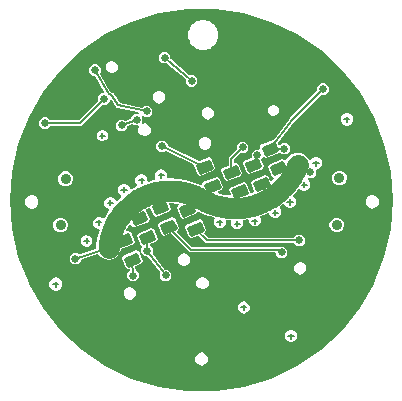
<source format=gtl>
G04 EAGLE Gerber RS-274X export*
G75*
%MOMM*%
%FSLAX34Y34*%
%LPD*%
%INTop Copper*%
%IPPOS*%
%AMOC8*
5,1,8,0,0,1.08239X$1,22.5*%
G01*
G04 Define Apertures*
%ADD10C,0.152400*%
%ADD11C,0.222250*%
%ADD12C,0.654800*%
%ADD13C,1.750000*%
%ADD14C,0.904800*%
G36*
X10684Y-161826D02*
X34556Y-158227D01*
X34667Y-158202D01*
X57736Y-151086D01*
X57842Y-151045D01*
X79592Y-140570D01*
X79691Y-140513D01*
X99638Y-126914D01*
X99727Y-126843D01*
X117424Y-110423D01*
X117501Y-110339D01*
X132553Y-91465D01*
X132617Y-91371D01*
X144688Y-70464D01*
X144737Y-70361D01*
X153557Y-47888D01*
X153591Y-47780D01*
X158963Y-24243D01*
X158980Y-24131D01*
X160784Y-57D01*
X160784Y57D01*
X158980Y24131D01*
X158963Y24243D01*
X153591Y47780D01*
X153557Y47888D01*
X144737Y70361D01*
X144688Y70464D01*
X132617Y91371D01*
X132553Y91465D01*
X117501Y110339D01*
X117424Y110423D01*
X99727Y126843D01*
X99638Y126914D01*
X79691Y140513D01*
X79592Y140570D01*
X57842Y151045D01*
X57736Y151086D01*
X34667Y158202D01*
X34556Y158227D01*
X10684Y161826D01*
X10571Y161834D01*
X-13571Y161834D01*
X-13684Y161826D01*
X-37556Y158227D01*
X-37667Y158202D01*
X-60736Y151086D01*
X-60842Y151045D01*
X-82592Y140570D01*
X-82691Y140513D01*
X-102638Y126914D01*
X-102727Y126843D01*
X-120424Y110423D01*
X-120501Y110339D01*
X-135553Y91465D01*
X-135617Y91371D01*
X-147688Y70464D01*
X-147737Y70361D01*
X-156557Y47888D01*
X-156591Y47780D01*
X-161963Y24243D01*
X-161980Y24131D01*
X-163784Y57D01*
X-163784Y-57D01*
X-161980Y-24131D01*
X-161963Y-24243D01*
X-156591Y-47780D01*
X-156557Y-47888D01*
X-147737Y-70361D01*
X-147688Y-70464D01*
X-135617Y-91371D01*
X-135553Y-91465D01*
X-120501Y-110339D01*
X-120424Y-110423D01*
X-102727Y-126843D01*
X-102638Y-126914D01*
X-82691Y-140513D01*
X-82592Y-140570D01*
X-60842Y-151045D01*
X-60736Y-151086D01*
X-37667Y-158202D01*
X-37556Y-158227D01*
X-13684Y-161826D01*
X-13571Y-161834D01*
X10571Y-161834D01*
X10684Y-161826D01*
G37*
%LPC*%
G36*
X-1329Y127441D02*
X-1499Y127460D01*
X-2494Y127460D01*
X-3762Y127985D01*
X-3884Y128024D01*
X-5581Y128411D01*
X-6350Y129025D01*
X-6534Y129133D01*
X-7103Y129369D01*
X-8339Y130605D01*
X-8403Y130662D01*
X-10056Y131980D01*
X-10318Y132523D01*
X-10465Y132731D01*
X-10631Y132897D01*
X-11443Y134856D01*
X-11460Y134896D01*
X-12540Y137138D01*
X-12540Y142862D01*
X-11460Y145105D01*
X-11443Y145144D01*
X-10631Y147103D01*
X-10465Y147269D01*
X-10318Y147477D01*
X-10056Y148020D01*
X-8403Y149338D01*
X-8339Y149395D01*
X-7103Y150631D01*
X-6534Y150867D01*
X-6350Y150975D01*
X-5581Y151589D01*
X-3884Y151976D01*
X-3762Y152015D01*
X-2494Y152540D01*
X-1499Y152540D01*
X-1329Y152559D01*
X0Y152863D01*
X1329Y152559D01*
X1499Y152540D01*
X2494Y152540D01*
X3762Y152015D01*
X3884Y151976D01*
X5581Y151589D01*
X6350Y150975D01*
X6534Y150867D01*
X7103Y150631D01*
X8339Y149395D01*
X8403Y149338D01*
X10056Y148020D01*
X10318Y147477D01*
X10465Y147269D01*
X10631Y147103D01*
X11443Y145144D01*
X11460Y145105D01*
X12540Y142862D01*
X12540Y137138D01*
X11460Y134896D01*
X11443Y134856D01*
X10631Y132897D01*
X10465Y132731D01*
X10318Y132523D01*
X10056Y131980D01*
X8403Y130662D01*
X8339Y130605D01*
X7103Y129369D01*
X6534Y129133D01*
X6350Y129025D01*
X5581Y128411D01*
X3884Y128024D01*
X3762Y127985D01*
X2494Y127460D01*
X1499Y127460D01*
X1329Y127441D01*
X0Y127138D01*
X-1329Y127441D01*
G37*
G36*
X-11751Y96293D02*
X-14562Y99104D01*
X-14562Y101875D01*
X-14622Y102172D01*
X-14825Y102451D01*
X-30109Y115691D01*
X-30373Y115840D01*
X-30608Y115877D01*
X-34359Y115877D01*
X-37170Y118688D01*
X-37170Y122662D01*
X-34359Y125473D01*
X-30384Y125473D01*
X-27574Y122662D01*
X-27574Y119891D01*
X-27513Y119594D01*
X-27310Y119315D01*
X-12026Y106075D01*
X-11762Y105926D01*
X-11527Y105889D01*
X-7776Y105889D01*
X-4966Y103079D01*
X-4966Y99104D01*
X-7776Y96293D01*
X-11751Y96293D01*
G37*
G36*
X-80603Y108521D02*
X-82571Y111229D01*
X-82571Y114577D01*
X-80603Y117286D01*
X-77419Y118320D01*
X-74235Y117286D01*
X-72267Y114577D01*
X-72267Y111229D01*
X-74235Y108521D01*
X-77419Y107486D01*
X-80603Y108521D01*
G37*
G36*
X-52717Y55410D02*
X-54676Y58107D01*
X-54676Y61441D01*
X-54135Y62185D01*
X-54010Y62461D01*
X-54001Y62764D01*
X-54112Y63046D01*
X-54324Y63263D01*
X-54752Y63395D01*
X-58284Y63395D01*
X-59134Y64245D01*
X-59387Y64412D01*
X-59685Y64468D01*
X-59935Y64421D01*
X-63685Y63044D01*
X-63944Y62885D01*
X-64119Y62638D01*
X-64185Y62329D01*
X-64185Y61547D01*
X-66995Y58736D01*
X-70970Y58736D01*
X-73781Y61547D01*
X-73781Y65521D01*
X-70970Y68332D01*
X-66995Y68332D01*
X-66145Y67482D01*
X-65893Y67314D01*
X-65594Y67259D01*
X-65344Y67305D01*
X-61594Y68683D01*
X-61335Y68842D01*
X-61160Y69089D01*
X-61094Y69398D01*
X-61094Y70180D01*
X-58284Y72991D01*
X-55322Y72991D01*
X-55025Y73051D01*
X-54775Y73222D01*
X-54612Y73478D01*
X-54561Y73777D01*
X-54631Y74072D01*
X-54810Y74317D01*
X-55163Y74498D01*
X-72043Y78116D01*
X-72062Y78120D01*
X-72988Y78293D01*
X-73500Y79084D01*
X-73511Y79101D01*
X-77804Y85371D01*
X-78021Y85582D01*
X-78304Y85692D01*
X-78607Y85682D01*
X-78883Y85555D01*
X-79087Y85331D01*
X-79194Y84941D01*
X-79194Y83880D01*
X-82005Y81069D01*
X-85242Y81069D01*
X-85539Y81009D01*
X-85781Y80846D01*
X-103378Y63248D01*
X-129075Y63248D01*
X-129372Y63188D01*
X-129613Y63025D01*
X-131902Y60736D01*
X-135877Y60736D01*
X-138688Y63547D01*
X-138688Y67522D01*
X-135877Y70332D01*
X-131902Y70332D01*
X-129613Y68043D01*
X-129361Y67876D01*
X-129075Y67820D01*
X-105588Y67820D01*
X-105291Y67881D01*
X-105049Y68043D01*
X-89014Y84079D01*
X-88846Y84332D01*
X-88790Y84618D01*
X-88790Y87855D01*
X-85980Y90665D01*
X-84313Y90665D01*
X-84015Y90725D01*
X-83765Y90897D01*
X-83602Y91152D01*
X-83551Y91451D01*
X-83650Y91803D01*
X-91154Y105040D01*
X-91353Y105269D01*
X-91625Y105402D01*
X-91816Y105426D01*
X-93452Y105426D01*
X-96263Y108237D01*
X-96263Y112211D01*
X-93452Y115022D01*
X-89477Y115022D01*
X-86667Y112211D01*
X-86667Y108237D01*
X-86923Y107981D01*
X-87090Y107728D01*
X-87146Y107430D01*
X-87047Y107066D01*
X-78487Y91966D01*
X-78288Y91737D01*
X-78150Y91653D01*
X-76926Y91073D01*
X-76669Y91003D01*
X-76265Y90967D01*
X-76089Y90755D01*
X-75830Y90554D01*
X-75779Y90530D01*
X-75662Y90492D01*
X-75616Y90453D01*
X-75581Y90436D01*
X-75451Y90072D01*
X-75362Y89898D01*
X-75323Y89842D01*
X-75280Y89784D01*
X-74731Y89126D01*
X-74719Y89016D01*
X-74622Y88818D01*
X-70402Y82654D01*
X-70185Y82443D01*
X-69933Y82339D01*
X-51688Y78429D01*
X-51385Y78425D01*
X-50990Y78635D01*
X-49608Y80017D01*
X-45633Y80017D01*
X-42822Y77206D01*
X-42822Y73231D01*
X-45633Y70421D01*
X-49608Y70421D01*
X-50198Y71011D01*
X-50450Y71178D01*
X-50748Y71234D01*
X-51045Y71169D01*
X-51292Y70993D01*
X-51451Y70735D01*
X-51498Y70472D01*
X-51498Y66205D01*
X-51731Y65973D01*
X-51898Y65720D01*
X-51954Y65422D01*
X-51889Y65126D01*
X-51713Y64878D01*
X-51455Y64719D01*
X-51155Y64673D01*
X-50956Y64709D01*
X-49546Y65167D01*
X-46376Y64137D01*
X-44417Y61440D01*
X-44417Y58107D01*
X-46376Y55410D01*
X-49546Y54380D01*
X-52717Y55410D01*
G37*
G36*
X36924Y22787D02*
X33466Y30934D01*
X34284Y32959D01*
X40578Y35630D01*
X40828Y35802D01*
X40991Y36058D01*
X41042Y36332D01*
X41042Y40146D01*
X43853Y42956D01*
X47319Y42956D01*
X47616Y43017D01*
X47866Y43188D01*
X48030Y43444D01*
X48081Y43743D01*
X48020Y44016D01*
X47832Y44460D01*
X48650Y46484D01*
X59521Y51099D01*
X59834Y51344D01*
X72500Y68331D01*
X72629Y68605D01*
X72642Y68713D01*
X73164Y69236D01*
X73236Y69319D01*
X73684Y69920D01*
X73892Y69994D01*
X74035Y70107D01*
X96479Y92550D01*
X96646Y92803D01*
X96702Y93089D01*
X96702Y96326D01*
X99513Y99136D01*
X103487Y99136D01*
X106298Y96326D01*
X106298Y92351D01*
X103487Y89540D01*
X100250Y89540D01*
X99953Y89480D01*
X99712Y89317D01*
X76710Y66315D01*
X76637Y66232D01*
X63556Y48687D01*
X63427Y48413D01*
X63415Y48110D01*
X63465Y47934D01*
X63879Y46959D01*
X64051Y46709D01*
X64307Y46545D01*
X64606Y46495D01*
X64901Y46565D01*
X65119Y46718D01*
X66833Y48431D01*
X70808Y48431D01*
X73618Y45620D01*
X73618Y41645D01*
X70808Y38835D01*
X66833Y38835D01*
X65513Y40155D01*
X65260Y40323D01*
X64962Y40378D01*
X64676Y40318D01*
X53314Y35495D01*
X51394Y36271D01*
X51096Y36326D01*
X50800Y36261D01*
X50570Y36103D01*
X49396Y34929D01*
X49229Y34676D01*
X49173Y34378D01*
X49233Y34092D01*
X51420Y28941D01*
X50602Y26917D01*
X38948Y21970D01*
X36924Y22787D01*
G37*
G36*
X-40436Y82913D02*
X-42404Y85621D01*
X-42404Y88969D01*
X-40436Y91678D01*
X-37252Y92712D01*
X-34068Y91678D01*
X-32100Y88969D01*
X-32100Y85621D01*
X-34068Y82913D01*
X-37252Y81878D01*
X-40436Y82913D01*
G37*
G36*
X56876Y72200D02*
X55176Y74539D01*
X55176Y77430D01*
X56876Y79770D01*
X59626Y80663D01*
X62376Y79770D01*
X64076Y77430D01*
X64076Y74539D01*
X62376Y72200D01*
X59626Y71306D01*
X56876Y72200D01*
G37*
G36*
X779Y69405D02*
X-1180Y72102D01*
X-1180Y75435D01*
X779Y78132D01*
X3949Y79162D01*
X7120Y78132D01*
X9079Y75435D01*
X9079Y72102D01*
X7120Y69405D01*
X3949Y68375D01*
X779Y69405D01*
G37*
G36*
X118681Y64170D02*
X116680Y66923D01*
X116680Y70327D01*
X118681Y73081D01*
X121918Y74133D01*
X125155Y73081D01*
X127156Y70327D01*
X127156Y66923D01*
X125155Y64170D01*
X121918Y63118D01*
X118681Y64170D01*
G37*
G36*
X-88095Y50723D02*
X-89864Y53158D01*
X-89864Y56168D01*
X-88095Y58603D01*
X-85232Y59533D01*
X-82370Y58603D01*
X-80600Y56168D01*
X-80600Y53158D01*
X-82370Y50723D01*
X-85232Y49792D01*
X-88095Y50723D01*
G37*
G36*
X-1323Y43827D02*
X-3282Y46524D01*
X-3282Y49857D01*
X-1323Y52554D01*
X1848Y53584D01*
X5018Y52554D01*
X6978Y49857D01*
X6978Y46524D01*
X5018Y43827D01*
X1848Y42797D01*
X-1323Y43827D01*
G37*
G36*
X-4322Y21287D02*
X-7785Y29443D01*
X-7736Y29706D01*
X-7801Y30002D01*
X-7977Y30249D01*
X-8169Y30381D01*
X-31249Y41415D01*
X-31543Y41488D01*
X-31843Y41441D01*
X-32116Y41266D01*
X-32624Y40758D01*
X-36599Y40758D01*
X-39410Y43569D01*
X-39410Y47543D01*
X-36599Y50354D01*
X-32624Y50354D01*
X-29814Y47543D01*
X-29814Y46276D01*
X-29753Y45979D01*
X-29582Y45729D01*
X-29380Y45589D01*
X-3491Y33212D01*
X-3197Y33138D01*
X-2864Y33198D01*
X4691Y36405D01*
X6715Y35587D01*
X10174Y27440D01*
X9356Y25416D01*
X-2298Y20469D01*
X-4322Y21287D01*
G37*
G36*
X18503Y16777D02*
X15045Y24924D01*
X15863Y26948D01*
X21272Y29244D01*
X21522Y29416D01*
X21685Y29671D01*
X21736Y29945D01*
X21736Y36291D01*
X28632Y43186D01*
X28799Y43439D01*
X28855Y43725D01*
X28855Y46962D01*
X31665Y49773D01*
X35640Y49773D01*
X38451Y46962D01*
X38451Y42987D01*
X35640Y40177D01*
X32403Y40177D01*
X32106Y40116D01*
X31865Y39954D01*
X26532Y34621D01*
X26364Y34368D01*
X26308Y34082D01*
X26308Y32533D01*
X26369Y32236D01*
X26540Y31986D01*
X26796Y31822D01*
X27095Y31771D01*
X27368Y31831D01*
X27517Y31895D01*
X29541Y31077D01*
X33000Y22930D01*
X32182Y20906D01*
X20528Y15959D01*
X18503Y16777D01*
G37*
G36*
X-110104Y-54160D02*
X-112914Y-51350D01*
X-112914Y-47375D01*
X-110104Y-44564D01*
X-106129Y-44564D01*
X-105166Y-45527D01*
X-104914Y-45694D01*
X-104615Y-45750D01*
X-104387Y-45711D01*
X-90866Y-41209D01*
X-90603Y-41058D01*
X-90420Y-40816D01*
X-90347Y-40545D01*
X-90243Y-39204D01*
X-89687Y-32050D01*
X-87597Y-25442D01*
X-87565Y-25140D01*
X-87653Y-24850D01*
X-87847Y-24617D01*
X-88088Y-24487D01*
X-91020Y-23534D01*
X-92976Y-20841D01*
X-92976Y-17512D01*
X-91020Y-14819D01*
X-89342Y-14274D01*
X-89194Y-14184D01*
X-89184Y-14184D01*
X-88949Y-14146D01*
X-87854Y-13791D01*
X-84688Y-14819D01*
X-84580Y-14968D01*
X-84357Y-15173D01*
X-84071Y-15274D01*
X-83768Y-15256D01*
X-83496Y-15122D01*
X-83308Y-14908D01*
X-79493Y-8473D01*
X-79393Y-8187D01*
X-79413Y-7884D01*
X-79550Y-7613D01*
X-79913Y-7360D01*
X-81539Y-6831D01*
X-83496Y-4138D01*
X-83496Y-809D01*
X-81539Y1884D01*
X-78374Y2913D01*
X-75208Y1884D01*
X-73698Y-193D01*
X-73475Y-398D01*
X-73189Y-500D01*
X-72886Y-482D01*
X-72532Y-273D01*
X-69323Y3076D01*
X-69161Y3333D01*
X-69112Y3632D01*
X-69184Y3927D01*
X-69364Y4170D01*
X-69638Y4328D01*
X-70028Y4455D01*
X-71984Y7148D01*
X-71984Y10477D01*
X-70028Y13170D01*
X-66862Y14199D01*
X-63696Y13170D01*
X-61739Y10477D01*
X-61739Y9906D01*
X-61679Y9608D01*
X-61507Y9358D01*
X-61252Y9195D01*
X-60953Y9144D01*
X-60561Y9267D01*
X-56028Y12224D01*
X-55843Y12338D01*
X-55667Y12585D01*
X-55601Y12881D01*
X-55655Y13179D01*
X-55746Y13343D01*
X-57313Y15500D01*
X-57313Y18828D01*
X-55356Y21522D01*
X-52190Y22550D01*
X-49024Y21522D01*
X-47067Y18828D01*
X-47067Y16558D01*
X-47007Y16261D01*
X-46836Y16011D01*
X-46580Y15847D01*
X-46281Y15796D01*
X-46045Y15842D01*
X-42606Y17094D01*
X-40918Y17298D01*
X-40630Y17394D01*
X-40402Y17594D01*
X-40271Y17868D01*
X-40256Y18171D01*
X-40393Y18503D01*
X-40835Y19111D01*
X-40835Y22440D01*
X-38878Y25133D01*
X-35712Y26162D01*
X-32547Y25133D01*
X-30590Y22440D01*
X-30590Y19408D01*
X-30530Y19111D01*
X-30358Y18861D01*
X-30103Y18698D01*
X-29736Y18652D01*
X-28359Y18819D01*
X-14092Y17267D01*
X-1678Y12916D01*
X-1377Y12874D01*
X-1085Y12954D01*
X-846Y13141D01*
X-719Y13349D01*
X-16Y15091D01*
X11639Y20038D01*
X13663Y19220D01*
X17121Y11073D01*
X16303Y9049D01*
X12875Y7594D01*
X12625Y7422D01*
X12462Y7167D01*
X12411Y6868D01*
X12481Y6573D01*
X12661Y6328D01*
X12916Y6175D01*
X17057Y4694D01*
X17266Y4651D01*
X22594Y4316D01*
X22895Y4358D01*
X23155Y4513D01*
X23334Y4758D01*
X23404Y5053D01*
X23343Y5375D01*
X21992Y8557D01*
X22810Y10581D01*
X34464Y15528D01*
X36489Y14710D01*
X39926Y6612D01*
X40098Y6362D01*
X40353Y6199D01*
X40793Y6166D01*
X42811Y6613D01*
X43088Y6737D01*
X43295Y6958D01*
X43399Y7243D01*
X43347Y7655D01*
X40413Y14568D01*
X41231Y16592D01*
X52885Y21539D01*
X54909Y20721D01*
X56712Y16473D01*
X56884Y16223D01*
X57140Y16060D01*
X57439Y16009D01*
X57734Y16079D01*
X57950Y16229D01*
X59877Y18137D01*
X60046Y18389D01*
X60103Y18687D01*
X60040Y18983D01*
X59866Y19231D01*
X59627Y19385D01*
X58237Y19946D01*
X54779Y28093D01*
X55597Y30117D01*
X67251Y35064D01*
X69298Y34237D01*
X69420Y34060D01*
X69675Y33897D01*
X69974Y33846D01*
X70270Y33916D01*
X70514Y34096D01*
X70660Y34333D01*
X71156Y35613D01*
X73977Y38571D01*
X77715Y40223D01*
X81802Y40319D01*
X85613Y38844D01*
X88571Y36023D01*
X89491Y33941D01*
X89666Y33694D01*
X89924Y33534D01*
X90224Y33488D01*
X90518Y33562D01*
X90804Y33801D01*
X92402Y36000D01*
X95639Y37052D01*
X98876Y36000D01*
X100877Y33246D01*
X100877Y29842D01*
X98876Y27089D01*
X96155Y26204D01*
X95891Y26055D01*
X95706Y25815D01*
X95628Y25479D01*
X95628Y21693D01*
X92818Y18882D01*
X89374Y18882D01*
X89077Y18822D01*
X88827Y18650D01*
X88663Y18395D01*
X88613Y18096D01*
X88758Y17672D01*
X90719Y14973D01*
X90719Y11644D01*
X88763Y8951D01*
X85597Y7922D01*
X82431Y8951D01*
X81805Y9812D01*
X81582Y10017D01*
X81296Y10118D01*
X80993Y10100D01*
X80721Y9966D01*
X80551Y9781D01*
X79184Y7694D01*
X76024Y4567D01*
X75855Y4315D01*
X75798Y4017D01*
X75862Y3721D01*
X76036Y3472D01*
X76325Y3301D01*
X76574Y3220D01*
X78530Y527D01*
X78530Y-2802D01*
X76574Y-5495D01*
X73408Y-6524D01*
X70242Y-5495D01*
X68721Y-3402D01*
X68497Y-3197D01*
X68211Y-3095D01*
X67909Y-3113D01*
X67693Y-3208D01*
X65050Y-4900D01*
X64832Y-5111D01*
X64714Y-5391D01*
X64714Y-5694D01*
X64844Y-5990D01*
X66341Y-8051D01*
X66341Y-11380D01*
X64385Y-14073D01*
X62503Y-14684D01*
X62199Y-14870D01*
X62123Y-14947D01*
X61816Y-14947D01*
X61580Y-14984D01*
X61219Y-15101D01*
X60857Y-14984D01*
X60622Y-14947D01*
X60229Y-14947D01*
X60111Y-14829D01*
X59808Y-14643D01*
X58053Y-14073D01*
X56066Y-11337D01*
X56036Y-11191D01*
X55864Y-10941D01*
X55609Y-10778D01*
X55310Y-10727D01*
X55067Y-10775D01*
X48766Y-13138D01*
X48509Y-13299D01*
X48335Y-13547D01*
X48271Y-13844D01*
X48329Y-14142D01*
X48417Y-14299D01*
X48961Y-15048D01*
X48961Y-18377D01*
X47004Y-21070D01*
X45448Y-21576D01*
X45144Y-21762D01*
X44774Y-22132D01*
X43856Y-22132D01*
X43838Y-22135D01*
X43821Y-22132D01*
X42880Y-22132D01*
X42499Y-21751D01*
X42195Y-21565D01*
X40672Y-21070D01*
X38716Y-18377D01*
X38716Y-16677D01*
X38655Y-16380D01*
X38484Y-16130D01*
X38228Y-15966D01*
X37841Y-15923D01*
X34487Y-16423D01*
X34202Y-16527D01*
X33980Y-16733D01*
X33856Y-17010D01*
X33838Y-17177D01*
X33838Y-20634D01*
X31881Y-23327D01*
X30151Y-23890D01*
X29848Y-24075D01*
X29749Y-24174D01*
X29397Y-24174D01*
X29161Y-24211D01*
X28715Y-24356D01*
X28269Y-24211D01*
X28033Y-24174D01*
X27855Y-24174D01*
X27841Y-24159D01*
X27538Y-23973D01*
X25549Y-23327D01*
X23593Y-20634D01*
X23593Y-17506D01*
X23532Y-17209D01*
X23361Y-16959D01*
X23105Y-16796D01*
X22878Y-16746D01*
X20201Y-16578D01*
X19901Y-16619D01*
X19641Y-16775D01*
X19461Y-17020D01*
X19392Y-17338D01*
X19392Y-19731D01*
X17435Y-22424D01*
X15446Y-23071D01*
X15219Y-23210D01*
X15138Y-23210D01*
X14903Y-23247D01*
X14269Y-23453D01*
X13635Y-23247D01*
X13400Y-23210D01*
X13282Y-23210D01*
X13013Y-23045D01*
X11103Y-22424D01*
X9146Y-19731D01*
X9146Y-16402D01*
X9621Y-15749D01*
X9747Y-15473D01*
X9756Y-15170D01*
X9645Y-14887D01*
X9433Y-14670D01*
X9211Y-14567D01*
X1536Y-12415D01*
X-3251Y-9898D01*
X-3474Y-9822D01*
X-3784Y-9768D01*
X-3870Y-9714D01*
X-4153Y-9605D01*
X-4456Y-9616D01*
X-4731Y-9744D01*
X-4985Y-10071D01*
X-5273Y-10784D01*
X-16927Y-15731D01*
X-18951Y-14913D01*
X-22409Y-6766D01*
X-21592Y-4742D01*
X-21135Y-4549D01*
X-20885Y-4377D01*
X-20722Y-4121D01*
X-20671Y-3822D01*
X-20741Y-3527D01*
X-20921Y-3283D01*
X-21182Y-3128D01*
X-21338Y-3091D01*
X-28119Y-2241D01*
X-28421Y-2264D01*
X-28691Y-2403D01*
X-28885Y-2637D01*
X-28973Y-2927D01*
X-28915Y-3295D01*
X-27355Y-6970D01*
X-28173Y-8994D01*
X-39827Y-13941D01*
X-41851Y-13123D01*
X-44510Y-6860D01*
X-44682Y-6610D01*
X-44937Y-6447D01*
X-45236Y-6397D01*
X-45552Y-6477D01*
X-48049Y-7725D01*
X-48288Y-7912D01*
X-48435Y-8177D01*
X-48467Y-8479D01*
X-48410Y-8705D01*
X-45292Y-16050D01*
X-46110Y-18074D01*
X-57764Y-23021D01*
X-59788Y-22203D01*
X-60664Y-20140D01*
X-60835Y-19890D01*
X-61091Y-19727D01*
X-61390Y-19676D01*
X-61685Y-19746D01*
X-61929Y-19926D01*
X-62027Y-20060D01*
X-64958Y-25193D01*
X-65053Y-25481D01*
X-65028Y-25784D01*
X-64887Y-26052D01*
X-64653Y-26245D01*
X-64362Y-26330D01*
X-63998Y-26273D01*
X-63377Y-26009D01*
X-61352Y-26826D01*
X-57894Y-34973D01*
X-58712Y-36998D01*
X-69402Y-41535D01*
X-69652Y-41707D01*
X-69816Y-41963D01*
X-69864Y-42178D01*
X-69915Y-42834D01*
X-71767Y-46477D01*
X-74873Y-49135D01*
X-78759Y-50401D01*
X-82834Y-50085D01*
X-86477Y-48233D01*
X-88586Y-45769D01*
X-88825Y-45582D01*
X-89118Y-45504D01*
X-89405Y-45541D01*
X-102797Y-50000D01*
X-103060Y-50152D01*
X-103243Y-50393D01*
X-103318Y-50723D01*
X-103318Y-51350D01*
X-106129Y-54160D01*
X-110104Y-54160D01*
G37*
G36*
X114327Y12949D02*
X112104Y13870D01*
X110403Y15572D01*
X109482Y17794D01*
X109482Y20200D01*
X110403Y22423D01*
X112104Y24125D01*
X114327Y25045D01*
X116733Y25045D01*
X118956Y24125D01*
X120657Y22423D01*
X121578Y20200D01*
X121578Y17794D01*
X120657Y15572D01*
X118956Y13870D01*
X116733Y12949D01*
X114327Y12949D01*
G37*
G36*
X-117647Y12327D02*
X-119870Y13248D01*
X-121571Y14949D01*
X-122492Y17172D01*
X-122492Y19578D01*
X-121571Y21801D01*
X-119870Y23503D01*
X-117647Y24423D01*
X-115241Y24423D01*
X-113018Y23503D01*
X-111317Y21801D01*
X-110396Y19578D01*
X-110396Y17172D01*
X-111317Y14949D01*
X-113018Y13248D01*
X-115241Y12327D01*
X-117647Y12327D01*
G37*
G36*
X140006Y-5907D02*
X137929Y-3047D01*
X137929Y488D01*
X140006Y3348D01*
X143368Y4440D01*
X146730Y3348D01*
X148808Y488D01*
X148808Y-3047D01*
X146730Y-5907D01*
X143368Y-6999D01*
X140006Y-5907D01*
G37*
G36*
X-148523Y-6145D02*
X-150637Y-3235D01*
X-150637Y361D01*
X-148523Y3271D01*
X-145102Y4383D01*
X-141681Y3271D01*
X-139567Y361D01*
X-139567Y-3235D01*
X-141681Y-6145D01*
X-145102Y-7257D01*
X-148523Y-6145D01*
G37*
G36*
X64640Y-48854D02*
X61829Y-46044D01*
X61829Y-44790D01*
X61769Y-44492D01*
X61597Y-44242D01*
X61342Y-44079D01*
X61067Y-44028D01*
X-8738Y-44028D01*
X-8741Y-44028D01*
X-10001Y-44028D01*
X-10947Y-44028D01*
X-11590Y-43384D01*
X-11591Y-43384D01*
X-12507Y-42467D01*
X-12509Y-42465D01*
X-26742Y-28220D01*
X-26994Y-28052D01*
X-27292Y-27997D01*
X-27578Y-28057D01*
X-32880Y-30308D01*
X-34904Y-29490D01*
X-38362Y-21343D01*
X-37545Y-19319D01*
X-25891Y-14372D01*
X-23866Y-15189D01*
X-20408Y-23336D01*
X-21226Y-25361D01*
X-21527Y-25489D01*
X-21777Y-25660D01*
X-21941Y-25916D01*
X-21991Y-26215D01*
X-21921Y-26510D01*
X-21769Y-26729D01*
X-9276Y-39232D01*
X-9023Y-39400D01*
X-8737Y-39456D01*
X64127Y-39456D01*
X64424Y-39395D01*
X64627Y-39258D01*
X68614Y-39258D01*
X71425Y-42069D01*
X71425Y-46044D01*
X68614Y-48854D01*
X64640Y-48854D01*
G37*
G36*
X111866Y-26849D02*
X109643Y-25928D01*
X107941Y-24226D01*
X107021Y-22004D01*
X107021Y-19597D01*
X107941Y-17375D01*
X109643Y-15673D01*
X111866Y-14753D01*
X114272Y-14753D01*
X116495Y-15673D01*
X118196Y-17375D01*
X119117Y-19597D01*
X119117Y-22004D01*
X118196Y-24226D01*
X116495Y-25928D01*
X114272Y-26849D01*
X111866Y-26849D01*
G37*
G36*
X-121845Y-26901D02*
X-124068Y-25980D01*
X-125769Y-24279D01*
X-126690Y-22056D01*
X-126690Y-19650D01*
X-125769Y-17427D01*
X-124068Y-15726D01*
X-121845Y-14805D01*
X-119439Y-14805D01*
X-117216Y-15726D01*
X-115515Y-17427D01*
X-114594Y-19650D01*
X-114594Y-22056D01*
X-115515Y-24279D01*
X-117216Y-25980D01*
X-119439Y-26901D01*
X-121845Y-26901D01*
G37*
G36*
X79517Y-38779D02*
X77228Y-36490D01*
X76975Y-36322D01*
X76689Y-36267D01*
X2419Y-36267D01*
X-3839Y-30009D01*
X-4092Y-29841D01*
X-4390Y-29786D01*
X-4675Y-29846D01*
X-9980Y-32098D01*
X-12004Y-31280D01*
X-15462Y-23133D01*
X-14644Y-21109D01*
X-2990Y-16162D01*
X-966Y-16980D01*
X2492Y-25127D01*
X1674Y-27151D01*
X1377Y-27277D01*
X1127Y-27449D01*
X963Y-27705D01*
X913Y-28004D01*
X983Y-28299D01*
X1136Y-28518D01*
X4090Y-31472D01*
X4342Y-31639D01*
X4628Y-31695D01*
X76689Y-31695D01*
X76986Y-31634D01*
X77228Y-31472D01*
X79517Y-29183D01*
X83492Y-29183D01*
X86302Y-31993D01*
X86302Y-35968D01*
X83492Y-38779D01*
X79517Y-38779D01*
G37*
G36*
X-33704Y-68431D02*
X-36514Y-65621D01*
X-36514Y-61336D01*
X-36575Y-61039D01*
X-36669Y-60877D01*
X-46510Y-47870D01*
X-46738Y-47669D01*
X-47118Y-47568D01*
X-49490Y-47568D01*
X-52032Y-45026D01*
X-52285Y-44859D01*
X-52445Y-44829D01*
X-52343Y-44657D01*
X-52301Y-44406D01*
X-52301Y-40782D01*
X-51694Y-40176D01*
X-51527Y-39923D01*
X-51471Y-39625D01*
X-51536Y-39329D01*
X-51712Y-39081D01*
X-51947Y-38931D01*
X-52841Y-38570D01*
X-56299Y-30423D01*
X-55481Y-28399D01*
X-43827Y-23452D01*
X-41803Y-24269D01*
X-38345Y-32416D01*
X-39163Y-34441D01*
X-44668Y-36777D01*
X-44918Y-36949D01*
X-45081Y-37205D01*
X-45132Y-37467D01*
X-45141Y-38019D01*
X-45085Y-38317D01*
X-44918Y-38569D01*
X-42705Y-40782D01*
X-42705Y-45067D01*
X-42644Y-45364D01*
X-42550Y-45526D01*
X-32709Y-58533D01*
X-32481Y-58734D01*
X-32101Y-58835D01*
X-29729Y-58835D01*
X-26918Y-61646D01*
X-26918Y-65621D01*
X-29729Y-68431D01*
X-33704Y-68431D01*
G37*
G36*
X-101524Y-38448D02*
X-103301Y-36003D01*
X-103301Y-32980D01*
X-101524Y-30535D01*
X-98649Y-29601D01*
X-97713Y-29905D01*
X-97514Y-29937D01*
X-97399Y-30007D01*
X-95775Y-30535D01*
X-93998Y-32980D01*
X-93998Y-36003D01*
X-95775Y-38448D01*
X-98649Y-39382D01*
X-101524Y-38448D01*
G37*
G36*
X-61158Y-68530D02*
X-63969Y-65720D01*
X-63969Y-61745D01*
X-61941Y-59717D01*
X-61773Y-59464D01*
X-61719Y-59135D01*
X-61743Y-58708D01*
X-61820Y-58414D01*
X-62005Y-58174D01*
X-62270Y-58025D01*
X-62571Y-57991D01*
X-62802Y-58049D01*
X-63419Y-58311D01*
X-65443Y-57493D01*
X-68901Y-49346D01*
X-68083Y-47322D01*
X-56429Y-42375D01*
X-54405Y-43193D01*
X-53764Y-44703D01*
X-53592Y-44953D01*
X-53337Y-45117D01*
X-53187Y-45142D01*
X-53286Y-45302D01*
X-53332Y-45601D01*
X-53272Y-45863D01*
X-50947Y-51340D01*
X-51765Y-53364D01*
X-56838Y-55518D01*
X-57088Y-55689D01*
X-57252Y-55945D01*
X-57301Y-56262D01*
X-57165Y-58678D01*
X-57088Y-58971D01*
X-56943Y-59174D01*
X-54373Y-61745D01*
X-54373Y-65720D01*
X-57183Y-68530D01*
X-61158Y-68530D01*
G37*
G36*
X-19083Y-54657D02*
X-21042Y-51960D01*
X-21042Y-48627D01*
X-19083Y-45930D01*
X-15912Y-44900D01*
X-12742Y-45930D01*
X-10783Y-48627D01*
X-10783Y-51960D01*
X-12742Y-54657D01*
X-15912Y-55687D01*
X-19083Y-54657D01*
G37*
G36*
X79271Y-61925D02*
X77314Y-59232D01*
X77314Y-55903D01*
X79271Y-53210D01*
X82437Y-52182D01*
X85602Y-53210D01*
X87559Y-55903D01*
X87559Y-59232D01*
X85602Y-61925D01*
X82437Y-62954D01*
X79271Y-61925D01*
G37*
G36*
X-3580Y-74450D02*
X-5539Y-71754D01*
X-5539Y-68420D01*
X-3580Y-65723D01*
X-409Y-64693D01*
X2761Y-65723D01*
X4720Y-68420D01*
X4720Y-71754D01*
X2761Y-74450D01*
X-409Y-75481D01*
X-3580Y-74450D01*
G37*
G36*
X-127934Y-75581D02*
X-130005Y-72730D01*
X-130005Y-69206D01*
X-127934Y-66355D01*
X-124582Y-65266D01*
X-121231Y-66355D01*
X-119160Y-69206D01*
X-119160Y-72730D01*
X-121231Y-75581D01*
X-124582Y-76670D01*
X-127934Y-75581D01*
G37*
G36*
X-65357Y-83182D02*
X-67316Y-80485D01*
X-67316Y-77152D01*
X-65357Y-74455D01*
X-62187Y-73425D01*
X-59016Y-74455D01*
X-57057Y-77152D01*
X-57057Y-80485D01*
X-59016Y-83182D01*
X-62187Y-84212D01*
X-65357Y-83182D01*
G37*
G36*
X31485Y-94990D02*
X29600Y-92396D01*
X29600Y-89191D01*
X31485Y-86597D01*
X34534Y-85606D01*
X37583Y-86597D01*
X39467Y-89191D01*
X39467Y-92396D01*
X37583Y-94990D01*
X34534Y-95981D01*
X31485Y-94990D01*
G37*
G36*
X71206Y-119207D02*
X69276Y-116551D01*
X69276Y-113267D01*
X71206Y-110611D01*
X74328Y-109596D01*
X77451Y-110611D01*
X79381Y-113267D01*
X79381Y-116551D01*
X77451Y-119207D01*
X74328Y-120222D01*
X71206Y-119207D01*
G37*
G36*
X-4590Y-138975D02*
X-6636Y-136159D01*
X-6636Y-132678D01*
X-4590Y-129862D01*
X-1279Y-128787D01*
X2031Y-129862D01*
X4077Y-132678D01*
X4077Y-136159D01*
X2031Y-138975D01*
X-1279Y-140050D01*
X-4590Y-138975D01*
G37*
%LPD*%
D10*
X72345Y-114997D02*
X76662Y-114997D01*
X74503Y-117155D02*
X74503Y-112838D01*
X36694Y-90733D02*
X32377Y-90733D01*
X34535Y-92892D02*
X34535Y-88574D01*
X-122386Y-71122D02*
X-126703Y-71122D01*
X-124544Y-73281D02*
X-124544Y-68963D01*
X-100687Y-34387D02*
X-96369Y-34387D01*
X-98528Y-32229D02*
X-98528Y-36546D01*
X-87300Y54640D02*
X-82982Y54640D01*
X-85141Y52481D02*
X-85141Y56799D01*
X93447Y31504D02*
X97764Y31504D01*
X95606Y33662D02*
X95606Y29345D01*
X16401Y-18765D02*
X12084Y-18765D01*
X14242Y-16607D02*
X14242Y-20924D01*
X26644Y-19729D02*
X30961Y-19729D01*
X28802Y-21888D02*
X28802Y-17570D01*
X41668Y-17688D02*
X45986Y-17688D01*
X43827Y-19846D02*
X43827Y-15529D01*
X59017Y-10502D02*
X63334Y-10502D01*
X61176Y-12661D02*
X61176Y-8343D01*
X71458Y-1407D02*
X75775Y-1407D01*
X73616Y-3566D02*
X73616Y752D01*
X83722Y13187D02*
X88040Y13187D01*
X85881Y11029D02*
X85881Y15346D01*
X-86028Y-18628D02*
X-90345Y-18628D01*
X-88187Y-16470D02*
X-88187Y-20787D01*
X-80744Y-2079D02*
X-76426Y-2079D01*
X-78585Y-4237D02*
X-78585Y80D01*
X-69066Y8946D02*
X-64749Y8946D01*
X-66908Y6788D02*
X-66908Y11105D01*
X-54215Y16964D02*
X-49898Y16964D01*
X-52057Y14806D02*
X-52057Y19123D01*
X-37690Y21046D02*
X-33372Y21046D01*
X-35531Y18887D02*
X-35531Y23205D01*
X119529Y68638D02*
X123846Y68638D01*
X121687Y66479D02*
X121687Y70797D01*
D11*
X-72996Y-32956D02*
X-70390Y-39093D01*
X-72996Y-32956D02*
X-63352Y-28861D01*
X-60746Y-34998D01*
X-70390Y-39093D01*
X-71287Y-36981D02*
X-65416Y-36981D01*
X-60801Y-34869D02*
X-72184Y-34869D01*
X-72527Y-32757D02*
X-61698Y-32757D01*
X-62594Y-30645D02*
X-67553Y-30645D01*
X-66049Y-49322D02*
X-63443Y-55459D01*
X-66049Y-49322D02*
X-56405Y-45227D01*
X-53799Y-51364D01*
X-63443Y-55459D01*
X-64340Y-53347D02*
X-58469Y-53347D01*
X-53854Y-51235D02*
X-65237Y-51235D01*
X-65580Y-49123D02*
X-54751Y-49123D01*
X-55647Y-47011D02*
X-60606Y-47011D01*
X14269Y11049D02*
X11663Y17186D01*
X14269Y11049D02*
X4625Y6954D01*
X2019Y13091D01*
X11663Y17186D01*
X9599Y9066D02*
X3728Y9066D01*
X2831Y11178D02*
X14214Y11178D01*
X13317Y13290D02*
X2488Y13290D01*
X7462Y15402D02*
X12421Y15402D01*
X7322Y27416D02*
X4716Y33553D01*
X7322Y27416D02*
X-2322Y23321D01*
X-4928Y29458D01*
X4716Y33553D01*
X2652Y25433D02*
X-3219Y25433D01*
X-4116Y27545D02*
X7267Y27545D01*
X6370Y29657D02*
X-4459Y29657D01*
X515Y31769D02*
X5474Y31769D01*
X-42458Y-4952D02*
X-39852Y-11089D01*
X-42458Y-4952D02*
X-32814Y-857D01*
X-30208Y-6994D01*
X-39852Y-11089D01*
X-40749Y-8977D02*
X-34878Y-8977D01*
X-30263Y-6865D02*
X-41646Y-6865D01*
X-41989Y-4753D02*
X-31160Y-4753D01*
X-32056Y-2641D02*
X-37015Y-2641D01*
X-35510Y-21319D02*
X-32904Y-27456D01*
X-35510Y-21319D02*
X-25866Y-17224D01*
X-23260Y-23361D01*
X-32904Y-27456D01*
X-33801Y-25344D02*
X-27930Y-25344D01*
X-23315Y-23232D02*
X-34698Y-23232D01*
X-35041Y-21120D02*
X-24212Y-21120D01*
X-25108Y-19008D02*
X-30067Y-19008D01*
X52909Y18687D02*
X55515Y12550D01*
X45871Y8455D01*
X43265Y14592D01*
X52909Y18687D01*
X50845Y10567D02*
X44974Y10567D01*
X44077Y12679D02*
X55460Y12679D01*
X54563Y14791D02*
X43734Y14791D01*
X48708Y16903D02*
X53667Y16903D01*
X48568Y28917D02*
X45962Y35054D01*
X48568Y28917D02*
X38924Y24822D01*
X36318Y30959D01*
X45962Y35054D01*
X43898Y26934D02*
X38027Y26934D01*
X37130Y29046D02*
X48513Y29046D01*
X47616Y31158D02*
X36787Y31158D01*
X41761Y33270D02*
X46720Y33270D01*
X-19557Y-6742D02*
X-16951Y-12879D01*
X-19557Y-6742D02*
X-9913Y-2647D01*
X-7307Y-8784D01*
X-16951Y-12879D01*
X-17848Y-10767D02*
X-11977Y-10767D01*
X-7362Y-8655D02*
X-18745Y-8655D01*
X-19088Y-6543D02*
X-8259Y-6543D01*
X-9155Y-4431D02*
X-14114Y-4431D01*
X-12610Y-23109D02*
X-10004Y-29246D01*
X-12610Y-23109D02*
X-2966Y-19014D01*
X-360Y-25151D01*
X-10004Y-29246D01*
X-10901Y-27134D02*
X-5030Y-27134D01*
X-415Y-25022D02*
X-11798Y-25022D01*
X-12141Y-22910D02*
X-1312Y-22910D01*
X-2208Y-20798D02*
X-7167Y-20798D01*
X69881Y26075D02*
X67275Y32212D01*
X69881Y26075D02*
X60237Y21980D01*
X57631Y28117D01*
X67275Y32212D01*
X65211Y24092D02*
X59340Y24092D01*
X58443Y26204D02*
X69826Y26204D01*
X68929Y28316D02*
X58100Y28316D01*
X63074Y30428D02*
X68033Y30428D01*
X62934Y42442D02*
X60328Y48579D01*
X62934Y42442D02*
X53290Y38347D01*
X50684Y44484D01*
X60328Y48579D01*
X58264Y40459D02*
X52393Y40459D01*
X51496Y42571D02*
X62879Y42571D01*
X61982Y44683D02*
X51153Y44683D01*
X56127Y46795D02*
X61086Y46795D01*
X-60394Y-14032D02*
X-57788Y-20169D01*
X-60394Y-14032D02*
X-50750Y-9937D01*
X-48144Y-16074D01*
X-57788Y-20169D01*
X-58685Y-18057D02*
X-52814Y-18057D01*
X-48199Y-15945D02*
X-59582Y-15945D01*
X-59925Y-13833D02*
X-49096Y-13833D01*
X-49992Y-11721D02*
X-54951Y-11721D01*
X-53447Y-30399D02*
X-50841Y-36536D01*
X-53447Y-30399D02*
X-43803Y-26304D01*
X-41197Y-32441D01*
X-50841Y-36536D01*
X-51738Y-34424D02*
X-45867Y-34424D01*
X-41252Y-32312D02*
X-52635Y-32312D01*
X-52978Y-30200D02*
X-42149Y-30200D01*
X-43045Y-28088D02*
X-48004Y-28088D01*
X37095Y6539D02*
X34489Y12676D01*
X37095Y6539D02*
X27451Y2444D01*
X24845Y8581D01*
X34489Y12676D01*
X32425Y4556D02*
X26554Y4556D01*
X25657Y6668D02*
X37040Y6668D01*
X36143Y8780D02*
X25314Y8780D01*
X30288Y10892D02*
X35247Y10892D01*
X30147Y22906D02*
X27541Y29043D01*
X30147Y22906D02*
X20503Y18811D01*
X17897Y24948D01*
X27541Y29043D01*
X25477Y20923D02*
X19606Y20923D01*
X18709Y23035D02*
X30092Y23035D01*
X29195Y25147D02*
X18366Y25147D01*
X23340Y27259D02*
X28299Y27259D01*
D12*
X-56001Y127332D03*
X-46268Y142496D03*
D10*
X-56001Y132763D02*
X-56001Y127332D01*
X-56001Y132763D02*
X-46268Y142496D01*
D12*
X19947Y53051D03*
D10*
X20220Y81596D01*
D12*
X20220Y81596D03*
D13*
X0Y0D02*
X-1088Y673D01*
X-2192Y1318D01*
X-3312Y1937D01*
X-4446Y2528D01*
X-5595Y3090D01*
X-6757Y3625D01*
X-7932Y4131D01*
X-9119Y4607D01*
X-10317Y5055D01*
X-11525Y5473D01*
X-12744Y5862D01*
X-13972Y6220D01*
X-15208Y6548D01*
X-16452Y6846D01*
X-17703Y7113D01*
X-18960Y7350D01*
X-20222Y7555D01*
X-21489Y7730D01*
X-22760Y7873D01*
X-24035Y7986D01*
X-25311Y8067D01*
X-26589Y8117D01*
X-27868Y8135D01*
X-29147Y8122D01*
X-30425Y8078D01*
X-31702Y8002D01*
X-32977Y7895D01*
X-34248Y7757D01*
X-35516Y7588D01*
X-36779Y7387D01*
X-38037Y7156D01*
X-39289Y6894D01*
X-40534Y6602D01*
X-41772Y6279D01*
X-43001Y5925D01*
X-44222Y5542D01*
X-45432Y5129D01*
X-46632Y4687D01*
X-47821Y4215D01*
X-48998Y3714D01*
X-50162Y3184D01*
X-51313Y2626D01*
X-52450Y2040D01*
X-53572Y1427D01*
X-54679Y786D01*
X-55770Y118D01*
X-56844Y-577D01*
X-57901Y-1297D01*
X-58940Y-2044D01*
X-59960Y-2815D01*
X-60961Y-3611D01*
X-61942Y-4432D01*
X-62903Y-5276D01*
X-63842Y-6144D01*
X-64760Y-7035D01*
X-65657Y-7947D01*
X-66530Y-8882D01*
X-67380Y-9837D01*
X-68207Y-10813D01*
X-69009Y-11809D01*
X-69787Y-12825D01*
X-70540Y-13859D01*
X-71267Y-14911D01*
X-71968Y-15981D01*
X-72643Y-17068D01*
X-73290Y-18170D01*
X-73911Y-19289D01*
X-74504Y-20422D01*
X-75069Y-21570D01*
X-75606Y-22731D01*
X-76114Y-23904D01*
X-76593Y-25090D01*
X-77043Y-26288D01*
X-77463Y-27496D01*
X-77854Y-28714D01*
X-78215Y-29941D01*
X-78545Y-31176D01*
X-78846Y-32420D01*
X-79115Y-33670D01*
X-79354Y-34926D01*
X-79562Y-36188D01*
X-79739Y-37455D01*
X-79885Y-38726D01*
X-80000Y-40000D01*
X0Y0D02*
X1245Y-636D01*
X2505Y-1241D01*
X3780Y-1815D01*
X5068Y-2357D01*
X6370Y-2868D01*
X7683Y-3347D01*
X9008Y-3794D01*
X10343Y-4208D01*
X11688Y-4589D01*
X13042Y-4938D01*
X14403Y-5253D01*
X15773Y-5535D01*
X17148Y-5784D01*
X18530Y-5999D01*
X19916Y-6180D01*
X21306Y-6327D01*
X22700Y-6440D01*
X24095Y-6519D01*
X25493Y-6564D01*
X26891Y-6574D01*
X28288Y-6551D01*
X29685Y-6493D01*
X31080Y-6402D01*
X32472Y-6276D01*
X33861Y-6116D01*
X35246Y-5923D01*
X36625Y-5696D01*
X37998Y-5435D01*
X39365Y-5140D01*
X40724Y-4812D01*
X42075Y-4452D01*
X43416Y-4058D01*
X44747Y-3632D01*
X46068Y-3173D01*
X47377Y-2682D01*
X48674Y-2159D01*
X49957Y-1605D01*
X51227Y-1020D01*
X52481Y-403D01*
X53721Y243D01*
X54944Y920D01*
X56150Y1626D01*
X57339Y2362D01*
X58509Y3127D01*
X59661Y3920D01*
X60792Y4740D01*
X61904Y5589D01*
X62994Y6464D01*
X64062Y7365D01*
X65109Y8292D01*
X66132Y9245D01*
X67132Y10222D01*
X68107Y11224D01*
X69058Y12248D01*
X69983Y13296D01*
X70883Y14366D01*
X71756Y15458D01*
X72602Y16571D01*
X73421Y17704D01*
X74212Y18857D01*
X74974Y20029D01*
X75708Y21219D01*
X76412Y22426D01*
X77086Y23651D01*
X77731Y24891D01*
X78345Y26147D01*
X78928Y27418D01*
X79480Y28702D01*
X80000Y30000D01*
D12*
X90830Y23680D03*
D10*
X81245Y30000D01*
X80000Y30000D01*
X-80000Y-40000D02*
X-108116Y-49362D01*
D12*
X-108116Y-49362D03*
D10*
X63756Y27096D02*
X82653Y20578D01*
X80000Y30000D01*
X49390Y13571D02*
X59213Y-3670D01*
X0Y0D01*
X26840Y-13833D02*
X30970Y7560D01*
X26840Y-13833D02*
X0Y0D01*
X8144Y12070D01*
X0Y0D02*
X-13432Y-7763D01*
X-36333Y-5973D02*
X-29735Y14392D01*
X0Y0D01*
X-54269Y-15053D02*
X-68509Y-1784D01*
X-80000Y-40000D01*
X-66871Y-33977D01*
D14*
X-116444Y18375D03*
X-120642Y-20853D03*
X113069Y-20801D03*
X115530Y18997D03*
D12*
X-47620Y75219D03*
D10*
X-71602Y80359D01*
X-77128Y88432D01*
X-77415Y88776D01*
X-80000Y90000D01*
X-91465Y110224D01*
D12*
X-91465Y110224D03*
X-68983Y63534D03*
D10*
X-56296Y68193D01*
D12*
X-56296Y68193D03*
X-133890Y65534D03*
D10*
X-104325Y65534D01*
D12*
X-83992Y85867D03*
D10*
X-104325Y65534D01*
D12*
X-9764Y101091D03*
D10*
X-32372Y120675D01*
D12*
X-32372Y120675D03*
X-59171Y-63732D03*
X-34612Y45556D03*
D10*
X-59924Y-50343D02*
X-59171Y-63732D01*
X1197Y28437D02*
X-34612Y45556D01*
D12*
X66627Y-44056D03*
D10*
X64313Y-41742D02*
X-10000Y-41742D01*
X64313Y-41742D02*
X66627Y-44056D01*
D12*
X45840Y38158D03*
D10*
X45493Y37811D01*
X42443Y29938D01*
X-10000Y-41742D02*
X-29385Y-22340D01*
D12*
X101500Y94338D03*
D10*
X74937Y67775D01*
X56809Y43463D01*
X-6485Y-24130D02*
X3366Y-33981D01*
X81504Y-33981D01*
D12*
X81504Y-33981D03*
X68820Y43633D03*
D10*
X56979Y43633D01*
X56809Y43463D01*
D12*
X-47503Y-42770D03*
D10*
X-31716Y-63633D01*
D12*
X-31716Y-63633D03*
X33653Y44975D03*
D10*
X24022Y35344D01*
X24022Y23927D01*
X-47322Y-31420D02*
X-47503Y-42770D01*
M02*

</source>
